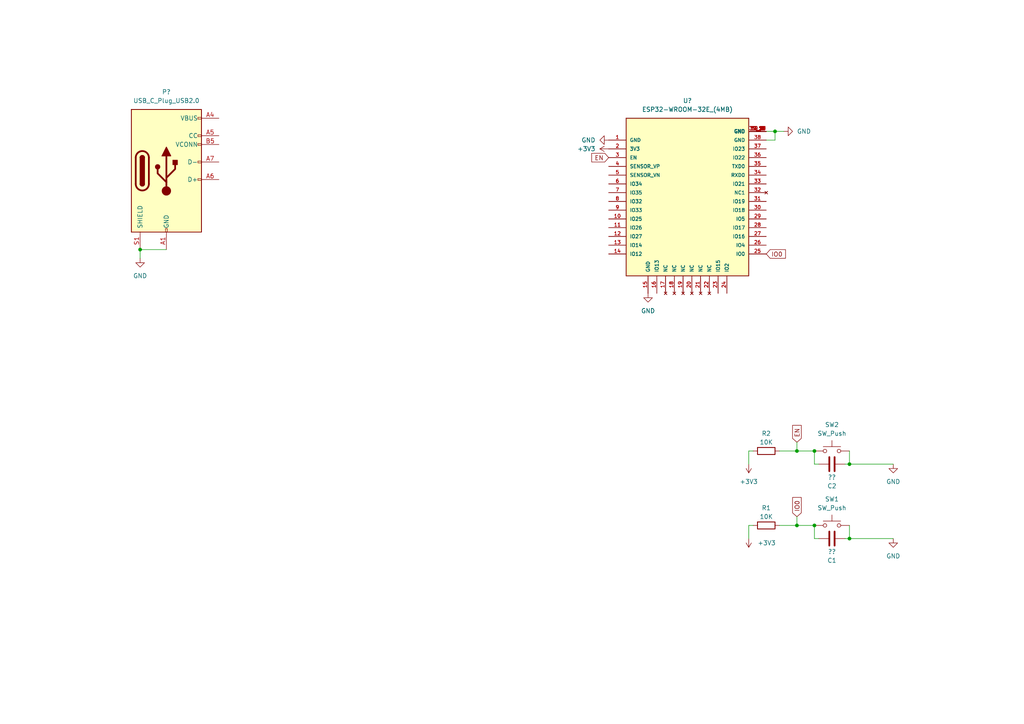
<source format=kicad_sch>
(kicad_sch (version 20211123) (generator eeschema)
  (paper "A4")
  (lib_symbols
    (symbol "Connector:USB_C_Plug_USB2.0" (pin_names (offset 1.016))
      (property "Reference" "P" (at -10.16 19.05 0))
      (property "Value" "USB_C_Plug_USB2.0" (at 12.7 19.05 0))
      (symbol "USB_C_Plug_USB2.0_0_0"
        (rectangle (start -0.254 -17.78) (end 0.254 -16.764))
        (rectangle (start 10.16 -2.286) (end 9.144 -2.794))
        (rectangle (start 10.16 2.794) (end 9.144 2.286))
        (rectangle (start 10.16 7.874) (end 9.144 7.366))
        (rectangle (start 10.16 10.414) (end 9.144 9.906))
        (rectangle (start 10.16 15.494) (end 9.144 14.986))
      )
      (symbol "USB_C_Plug_USB2.0_0_1"
        (rectangle (start -10.16 17.78) (end 10.16 -17.78) (stroke (width 0.254)) (fill (type background)))
        (arc (start -8.89 -3.81) (mid -6.985 -5.715) (end -5.08 -3.81) (stroke (width 0.508)))
        (arc (start -7.62 -3.81) (mid -6.985 -4.445) (end -6.35 -3.81) (stroke (width 0.254)))
        (arc (start -7.62 -3.81) (mid -6.985 -4.445) (end -6.35 -3.81) (stroke (width 0.254)) (fill (type outline)))
        (rectangle (start -7.62 -3.81) (end -6.35 3.81) (stroke (width 0.254)) (fill (type outline)))
        (arc (start -6.35 3.81) (mid -6.985 4.445) (end -7.62 3.81) (stroke (width 0.254)))
        (arc (start -6.35 3.81) (mid -6.985 4.445) (end -7.62 3.81) (stroke (width 0.254)) (fill (type outline)))
        (arc (start -5.08 3.81) (mid -6.985 5.715) (end -8.89 3.81) (stroke (width 0.508)))
        (circle (center -2.54 1.143) (radius 0.635) (stroke (width 0.254)) (fill (type outline)))
        (circle (center 0 -5.842) (radius 1.27) (fill (type outline)))
        (polyline (pts (xy -8.89 -3.81) (xy -8.89 3.81)) (stroke (width 0.508)))
        (polyline (pts (xy -5.08 3.81) (xy -5.08 -3.81)) (stroke (width 0.508)))
        (polyline (pts (xy 0 -5.842) (xy 0 4.318)) (stroke (width 0.508)))
        (polyline (pts (xy 0 -3.302) (xy -2.54 -0.762) (xy -2.54 0.508)) (stroke (width 0.508)))
        (polyline (pts (xy 0 -2.032) (xy 2.54 0.508) (xy 2.54 1.778)) (stroke (width 0.508)))
        (polyline (pts (xy -1.27 4.318) (xy 0 6.858) (xy 1.27 4.318) (xy -1.27 4.318)) (stroke (width 0.254)) (fill (type outline)))
        (rectangle (start 1.905 1.778) (end 3.175 3.048) (stroke (width 0.254)) (fill (type outline)))
      )
      (symbol "USB_C_Plug_USB2.0_1_1"
        (pin passive line (at 0 -22.86 90) (length 5.08) (name "GND") (number "A1"))
        (pin passive line (at 0 -22.86 90) (length 5.08) hide (name "GND") (number "A12"))
        (pin passive line (at 15.24 15.24 180) (length 5.08) (name "VBUS") (number "A4"))
        (pin bidirectional line (at 15.24 10.16 180) (length 5.08) (name "CC") (number "A5"))
        (pin bidirectional line (at 15.24 -2.54 180) (length 5.08) (name "D+") (number "A6"))
        (pin bidirectional line (at 15.24 2.54 180) (length 5.08) (name "D-") (number "A7"))
        (pin passive line (at 15.24 15.24 180) (length 5.08) hide (name "VBUS") (number "A9"))
        (pin passive line (at 0 -22.86 90) (length 5.08) hide (name "GND") (number "B1"))
        (pin passive line (at 0 -22.86 90) (length 5.08) hide (name "GND") (number "B12"))
        (pin passive line (at 15.24 15.24 180) (length 5.08) hide (name "VBUS") (number "B4"))
        (pin bidirectional line (at 15.24 7.62 180) (length 5.08) (name "VCONN") (number "B5"))
        (pin passive line (at 15.24 15.24 180) (length 5.08) hide (name "VBUS") (number "B9"))
        (pin passive line (at -7.62 -22.86 90) (length 5.08) (name "SHIELD") (number "S1"))
      )
    )
    (symbol "Device:C" (pin_numbers hide) (pin_names (offset 0.254))
      (property "Reference" "C" (at 0.635 2.54 0))
      (property "Value" "C" (at 0.635 -2.54 0))
      (symbol "C_0_1"
        (polyline (pts (xy -2.032 -0.762) (xy 2.032 -0.762)) (stroke (width 0.508)))
        (polyline (pts (xy -2.032 0.762) (xy 2.032 0.762)) (stroke (width 0.508)))
      )
      (symbol "C_1_1"
        (pin passive line (at 0 3.81 270) (length 2.794) (name "~") (number "1"))
        (pin passive line (at 0 -3.81 90) (length 2.794) (name "~") (number "2"))
      )
    )
    (symbol "Device:R" (pin_numbers hide) (pin_names (offset 0))
      (property "Reference" "R" (at 2.032 0 90))
      (property "Value" "R" (at 0 0 90))
      (symbol "R_0_1"
        (rectangle (start -1.016 -2.54) (end 1.016 2.54) (stroke (width 0.254)))
      )
      (symbol "R_1_1"
        (pin passive line (at 0 3.81 270) (length 1.27) (name "~") (number "1"))
        (pin passive line (at 0 -3.81 90) (length 1.27) (name "~") (number "2"))
      )
    )
    (symbol "Switch:SW_Push" (pin_numbers hide) (pin_names (offset 1.016) hide)
      (property "Reference" "SW" (at 1.27 2.54 0))
      (property "Value" "SW_Push" (at 0 -1.524 0))
      (symbol "SW_Push_0_1"
        (circle (center -2.032 0) (radius 0.508))
        (polyline (pts (xy 0 1.27) (xy 0 3.048)))
        (polyline (pts (xy 2.54 1.27) (xy -2.54 1.27)))
        (circle (center 2.032 0) (radius 0.508))
        (pin passive line (at -5.08 0 0) (length 2.54) (name "1") (number "1"))
        (pin passive line (at 5.08 0 180) (length 2.54) (name "2") (number "2"))
      )
    )
    (symbol "power:+3.3V" (power) (pin_names (offset 0))
      (property "Value" "+3.3V" (at 0 3.556 0))
      (symbol "+3.3V_0_1"
        (polyline (pts (xy -0.762 1.27) (xy 0 2.54)))
        (polyline (pts (xy 0 0) (xy 0 2.54)))
        (polyline (pts (xy 0 2.54) (xy 0.762 1.27)))
      )
      (symbol "+3.3V_1_1"
        (pin power_in line (at 0 0 90) (length 0) hide (name "+3V3") (number "1"))
      )
    )
    (symbol "power:GND" (power) (pin_names (offset 0))
      (property "Value" "GND" (at 0 -3.81 0))
      (symbol "GND_0_1"
        (polyline (pts (xy 0 0) (xy 0 -1.27) (xy 1.27 -1.27) (xy 0 -2.54) (xy -1.27 -1.27) (xy 0 -1.27)))
      )
      (symbol "GND_1_1"
        (pin power_in line (at 0 0 270) (length 0) hide (name "GND") (number "1"))
      )
    )
    (symbol "user_lib:ESP32-WROOM-32E_(4MB)" (pin_names (offset 1.016))
      (property "Reference" "U" (at -15.0368 34.1376 0))
      (property "Value" "ESP32-WROOM-32E_(4MB)" (at 0 30.48 0))
      (symbol "ESP32-WROOM-32E_(4MB)_0_0"
        (rectangle (start -15.24 31.75) (end 20.32 -13.97) (stroke (width 0.254)) (fill (type background)))
        (pin power_in line (at -20.32 25.4 0) (length 5.08) (name "GND") (number "1"))
        (pin bidirectional line (at -20.32 2.54 0) (length 5.08) (name "IO25") (number "10"))
        (pin bidirectional line (at -20.32 0 0) (length 5.08) (name "IO26") (number "11"))
        (pin bidirectional line (at -20.32 -2.54 0) (length 5.08) (name "IO27") (number "12"))
        (pin bidirectional line (at -20.32 -5.08 0) (length 5.08) (name "IO14") (number "13"))
        (pin bidirectional line (at -20.32 -7.62 0) (length 5.08) (name "IO12") (number "14"))
        (pin power_in line (at -8.89 -19.05 90) (length 5.08) (name "GND") (number "15"))
        (pin bidirectional line (at -6.35 -19.05 90) (length 5.08) (name "IO13") (number "16"))
        (pin no_connect line (at -3.81 -19.05 90) (length 5.08) (name "NC") (number "17"))
        (pin no_connect line (at -1.27 -19.05 90) (length 5.08) (name "NC") (number "18"))
        (pin no_connect line (at 1.27 -19.05 90) (length 5.08) (name "NC") (number "19"))
        (pin power_in line (at -20.32 22.86 0) (length 5.08) (name "3V3") (number "2"))
        (pin no_connect line (at 3.81 -19.05 90) (length 5.08) (name "NC") (number "20"))
        (pin no_connect line (at 6.35 -19.05 90) (length 5.08) (name "NC") (number "21"))
        (pin no_connect line (at 8.89 -19.05 90) (length 5.08) (name "NC") (number "22"))
        (pin bidirectional line (at 11.43 -19.05 90) (length 5.08) (name "IO15") (number "23"))
        (pin bidirectional line (at 13.97 -19.05 90) (length 5.08) (name "IO2") (number "24"))
        (pin bidirectional line (at 25.4 -7.62 180) (length 5.08) (name "IO0") (number "25"))
        (pin bidirectional line (at 25.4 -5.08 180) (length 5.08) (name "IO4") (number "26"))
        (pin bidirectional line (at 25.4 -2.54 180) (length 5.08) (name "IO16") (number "27"))
        (pin bidirectional line (at 25.4 0 180) (length 5.08) (name "IO17") (number "28"))
        (pin bidirectional line (at 25.4 2.54 180) (length 5.08) (name "IO5") (number "29"))
        (pin input line (at -20.32 20.32 0) (length 5.08) (name "EN") (number "3"))
        (pin bidirectional line (at 25.4 5.08 180) (length 5.08) (name "IO18") (number "30"))
        (pin bidirectional line (at 25.4 7.62 180) (length 5.08) (name "IO19") (number "31"))
        (pin no_connect line (at 25.4 10.16 180) (length 5.08) (name "NC1") (number "32"))
        (pin bidirectional line (at 25.4 12.7 180) (length 5.08) (name "IO21") (number "33"))
        (pin bidirectional line (at 25.4 15.24 180) (length 5.08) (name "RXD0") (number "34"))
        (pin bidirectional line (at 25.4 17.78 180) (length 5.08) (name "TXD0") (number "35"))
        (pin bidirectional line (at 25.4 20.32 180) (length 5.08) (name "IO22") (number "36"))
        (pin bidirectional line (at 25.4 22.86 180) (length 5.08) (name "IO23") (number "37"))
        (pin power_in line (at 25.4 25.4 180) (length 5.08) (name "GND") (number "38"))
        (pin power_in line (at 25.4 27.94 180) (length 5.08) (name "GND") (number "39_1"))
        (pin power_in line (at 25.4 27.94 180) (length 5.08) (name "GND") (number "39_10"))
        (pin power_in line (at 25.4 27.94 180) (length 5.08) (name "GND") (number "39_11"))
        (pin power_in line (at 25.4 27.94 180) (length 5.08) (name "GND") (number "39_12"))
        (pin power_in line (at 25.4 27.94 180) (length 5.08) (name "GND") (number "39_13"))
        (pin power_in line (at 25.4 27.94 180) (length 5.08) (name "GND") (number "39_14"))
        (pin power_in line (at 25.4 27.94 180) (length 5.08) (name "GND") (number "39_15"))
        (pin power_in line (at 25.4 27.94 180) (length 5.08) (name "GND") (number "39_16"))
        (pin power_in line (at 25.4 27.94 180) (length 5.08) (name "GND") (number "39_17"))
        (pin power_in line (at 25.4 27.94 180) (length 5.08) (name "GND") (number "39_18"))
        (pin power_in line (at 25.4 27.94 180) (length 5.08) (name "GND") (number "39_19"))
        (pin power_in line (at 25.4 27.94 180) (length 5.08) (name "GND") (number "39_2"))
        (pin power_in line (at 25.4 27.94 180) (length 5.08) (name "GND") (number "39_20"))
        (pin power_in line (at 25.4 27.94 180) (length 5.08) (name "GND") (number "39_21"))
        (pin power_in line (at 25.4 27.94 180) (length 5.08) (name "GND") (number "39_3"))
        (pin power_in line (at 25.4 27.94 180) (length 5.08) (name "GND") (number "39_4"))
        (pin power_in line (at 25.4 27.94 180) (length 5.08) (name "GND") (number "39_5"))
        (pin power_in line (at 25.4 27.94 180) (length 5.08) (name "GND") (number "39_6"))
        (pin power_in line (at 25.4 27.94 180) (length 5.08) (name "GND") (number "39_7"))
        (pin power_in line (at 25.4 27.94 180) (length 5.08) (name "GND") (number "39_8"))
        (pin power_in line (at 25.4 27.94 180) (length 5.08) (name "GND") (number "39_9"))
        (pin input line (at -20.32 17.78 0) (length 5.08) (name "SENSOR_VP") (number "4"))
        (pin input line (at -20.32 15.24 0) (length 5.08) (name "SENSOR_VN") (number "5"))
        (pin input line (at -20.32 12.7 0) (length 5.08) (name "IO34") (number "6"))
        (pin input line (at -20.32 10.16 0) (length 5.08) (name "IO35") (number "7"))
        (pin bidirectional line (at -20.32 7.62 0) (length 5.08) (name "IO32") (number "8"))
        (pin bidirectional line (at -20.32 5.08 0) (length 5.08) (name "IO33") (number "9"))
      )
    )
  )
  (junction (at 246.38 134.62))
  (junction (at 40.64 72.39))
  (junction (at 231.14 130.81))
  (junction (at 236.22 130.81))
  (junction (at 236.22 152.4))
  (junction (at 224.79 38.1))
  (junction (at 231.14 152.4))
  (junction (at 246.38 156.21))
  (wire (pts (xy 224.79 40.64) (xy 224.79 38.1)))
  (wire (pts (xy 236.22 152.4) (xy 236.22 156.21)))
  (wire (pts (xy 236.22 134.62) (xy 237.49 134.62)))
  (wire (pts (xy 231.14 128.27) (xy 231.14 130.81)))
  (wire (pts (xy 246.38 134.62) (xy 259.08 134.62)))
  (wire (pts (xy 246.38 156.21) (xy 259.08 156.21)))
  (wire (pts (xy 226.06 130.81) (xy 231.14 130.81)))
  (wire (pts (xy 246.38 130.81) (xy 246.38 134.62)))
  (wire (pts (xy 231.14 152.4) (xy 236.22 152.4)))
  (wire (pts (xy 217.17 152.4) (xy 218.44 152.4)))
  (wire (pts (xy 40.64 72.39) (xy 40.64 74.93)))
  (wire (pts (xy 246.38 152.4) (xy 246.38 156.21)))
  (wire (pts (xy 40.64 72.39) (xy 48.26 72.39)))
  (wire (pts (xy 222.25 38.1) (xy 224.79 38.1)))
  (wire (pts (xy 222.25 40.64) (xy 224.79 40.64)))
  (wire (pts (xy 224.79 38.1) (xy 227.33 38.1)))
  (wire (pts (xy 226.06 152.4) (xy 231.14 152.4)))
  (wire (pts (xy 217.17 130.81) (xy 218.44 130.81)))
  (wire (pts (xy 236.22 130.81) (xy 236.22 134.62)))
  (wire (pts (xy 231.14 130.81) (xy 236.22 130.81)))
  (wire (pts (xy 236.22 156.21) (xy 237.49 156.21)))
  (wire (pts (xy 217.17 134.62) (xy 217.17 130.81)))
  (wire (pts (xy 246.38 134.62) (xy 245.11 134.62)))
  (wire (pts (xy 217.17 156.21) (xy 217.17 152.4)))
  (wire (pts (xy 231.14 149.86) (xy 231.14 152.4)))
  (wire (pts (xy 246.38 156.21) (xy 245.11 156.21)))
  (global_label "IO0" (shape input) (at 231.14 149.86 90) (property "Intersheet References" "${INTERSHEET_REFS}" (effects hide)))
  (global_label "EN" (shape input) (at 231.14 128.27 90) (property "Intersheet References" "${INTERSHEET_REFS}" (effects hide)))
  (global_label "IO0" (shape input) (at 222.25 73.66 0) (property "Intersheet References" "${INTERSHEET_REFS}" (effects hide)))
  (global_label "EN" (shape input) (at 176.53 45.72 180) (property "Intersheet References" "${INTERSHEET_REFS}" (effects hide)))
  (symbol (lib_id "power:+3.3V") (at 176.53 43.18 90) (unit 1)
    (property "Reference" "#PWR0107" (effects hide))
    (property "Value" "+3.3V" (at 172.72 43.1799 90) (effects (justify left)))
  )
  (symbol (lib_id "power:GND") (at 227.33 38.1 90) (unit 1)
    (property "Reference" "#PWR0105" (effects hide))
    (property "Value" "GND" (at 231.14 38.0999 90) (effects (justify right)))
  )
  (symbol (lib_id "power:+3.3V") (at 217.17 134.62 180) (unit 1)
    (property "Reference" "#PWR0104" (effects hide))
    (property "Value" "+3.3V" (at 217.17 139.7 0))
  )
  (symbol (lib_id "power:GND") (at 176.53 40.64 270) (unit 1)
    (property "Reference" "#PWR0106" (effects hide))
    (property "Value" "GND" (at 172.72 40.6399 90) (effects (justify right)))
  )
  (symbol (lib_id "Device:C") (at 241.3 134.62 90) (unit 1)
    (property "Reference" "C2" (at 241.3 140.97 90))
    (property "Value" "??" (at 241.3 138.43 90))
  )
  (symbol (lib_id "Connector:USB_C_Plug_USB2.0") (at 48.26 49.53 0) (unit 1)
    (property "Reference" "P?" (at 48.26 26.67 0))
    (property "Value" "USB_C_Plug_USB2.0" (at 48.26 29.21 0))
    (property "Datasheet" "https://www.usb.org/sites/default/files/documents/usb_type-c.zip" (effects hide))
  )
  (symbol (lib_id "Switch:SW_Push") (at 241.3 130.81 0) (unit 1)
    (property "Reference" "SW2" (at 241.3 123.19 0))
    (property "Value" "SW_Push" (at 241.3 125.73 0))
  )
  (symbol (lib_id "Device:R") (at 222.25 152.4 90) (unit 1)
    (property "Reference" "R1" (at 222.25 147.32 90))
    (property "Value" "10K" (at 222.25 149.86 90))
  )
  (symbol (lib_id "power:GND") (at 259.08 156.21 0) (unit 1)
    (property "Reference" "#PWR0101" (effects hide))
    (property "Value" "GND" (at 259.08 161.29 0))
  )
  (symbol (lib_id "Device:R") (at 222.25 130.81 90) (unit 1)
    (property "Reference" "R2" (at 222.25 125.73 90))
    (property "Value" "10K" (at 222.25 128.27 90))
  )
  (symbol (lib_id "power:GND") (at 259.08 134.62 0) (unit 1)
    (property "Reference" "#PWR0102" (effects hide))
    (property "Value" "GND" (at 259.08 139.7 0))
  )
  (symbol (lib_id "user_lib:ESP32-WROOM-32E_(4MB)") (at 196.85 66.04 0) (unit 1)
    (property "Reference" "U?" (at 199.39 29.21 0))
    (property "Value" "ESP32-WROOM-32E_(4MB)" (at 199.39 31.75 0))
    (property "Footprint" "user_lib:MODULE_ESP32-WROOM-32E_(4MB)" (effects hide))
    (property "PARTREV" "1.1" (effects hide))
    (property "STANDARD" "Manufacturer Recommendations" (effects hide))
    (property "MANUFACTURER" "Espressif Systems" (effects hide))
    (property "MAXIMUM_PACKAGE_HEIGHT" "3.25mm" (effects hide))
  )
  (symbol (lib_id "Switch:SW_Push") (at 241.3 152.4 0) (unit 1)
    (property "Reference" "SW1" (at 241.3 144.78 0))
    (property "Value" "SW_Push" (at 241.3 147.32 0))
  )
  (symbol (lib_id "power:+3.3V") (at 217.17 156.21 180) (unit 1)
    (property "Reference" "#PWR0103" (effects hide))
    (property "Value" "+3.3V" (at 219.71 157.4799 0) (effects (justify right)))
  )
  (symbol (lib_id "power:GND") (at 187.96 85.09 0) (unit 1)
    (property "Reference" "#PWR0108" (effects hide))
    (property "Value" "GND" (at 187.96 90.17 0))
  )
  (symbol (lib_id "power:GND") (at 40.64 74.93 0) (unit 1)
    (property "Reference" "#PWR?" (effects hide))
    (property "Value" "GND" (at 40.64 80.01 0))
  )
  (symbol (lib_id "Device:C") (at 241.3 156.21 90) (unit 1)
    (property "Reference" "C1" (at 241.3 162.56 90))
    (property "Value" "??" (at 241.3 160.02 90))
  )
)
</source>
